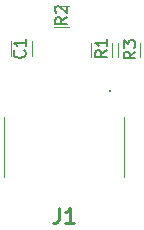
<source format=gto>
G04 #@! TF.GenerationSoftware,KiCad,Pcbnew,(6.0.1)*
G04 #@! TF.CreationDate,2022-01-18T01:04:23-05:00*
G04 #@! TF.ProjectId,SensorStick-TSL2572,53656e73-6f72-4537-9469-636b2d54534c,rev?*
G04 #@! TF.SameCoordinates,Original*
G04 #@! TF.FileFunction,Legend,Top*
G04 #@! TF.FilePolarity,Positive*
%FSLAX46Y46*%
G04 Gerber Fmt 4.6, Leading zero omitted, Abs format (unit mm)*
G04 Created by KiCad (PCBNEW (6.0.1)) date 2022-01-18 01:04:23*
%MOMM*%
%LPD*%
G01*
G04 APERTURE LIST*
%ADD10C,0.254000*%
%ADD11C,0.150000*%
%ADD12C,0.100000*%
%ADD13C,0.120000*%
G04 APERTURE END LIST*
D10*
X137376666Y-79604523D02*
X137376666Y-80511666D01*
X137316190Y-80693095D01*
X137195238Y-80814047D01*
X137013809Y-80874523D01*
X136892857Y-80874523D01*
X138646666Y-80874523D02*
X137920952Y-80874523D01*
X138283809Y-80874523D02*
X138283809Y-79604523D01*
X138162857Y-79785952D01*
X138041904Y-79906904D01*
X137920952Y-79967380D01*
D11*
X141452380Y-66266666D02*
X140976190Y-66600000D01*
X141452380Y-66838095D02*
X140452380Y-66838095D01*
X140452380Y-66457142D01*
X140500000Y-66361904D01*
X140547619Y-66314285D01*
X140642857Y-66266666D01*
X140785714Y-66266666D01*
X140880952Y-66314285D01*
X140928571Y-66361904D01*
X140976190Y-66457142D01*
X140976190Y-66838095D01*
X141452380Y-65314285D02*
X141452380Y-65885714D01*
X141452380Y-65600000D02*
X140452380Y-65600000D01*
X140595238Y-65695238D01*
X140690476Y-65790476D01*
X140738095Y-65885714D01*
X143852380Y-66366666D02*
X143376190Y-66700000D01*
X143852380Y-66938095D02*
X142852380Y-66938095D01*
X142852380Y-66557142D01*
X142900000Y-66461904D01*
X142947619Y-66414285D01*
X143042857Y-66366666D01*
X143185714Y-66366666D01*
X143280952Y-66414285D01*
X143328571Y-66461904D01*
X143376190Y-66557142D01*
X143376190Y-66938095D01*
X142852380Y-66033333D02*
X142852380Y-65414285D01*
X143233333Y-65747619D01*
X143233333Y-65604761D01*
X143280952Y-65509523D01*
X143328571Y-65461904D01*
X143423809Y-65414285D01*
X143661904Y-65414285D01*
X143757142Y-65461904D01*
X143804761Y-65509523D01*
X143852380Y-65604761D01*
X143852380Y-65890476D01*
X143804761Y-65985714D01*
X143757142Y-66033333D01*
X134457142Y-66266666D02*
X134504761Y-66314285D01*
X134552380Y-66457142D01*
X134552380Y-66552380D01*
X134504761Y-66695238D01*
X134409523Y-66790476D01*
X134314285Y-66838095D01*
X134123809Y-66885714D01*
X133980952Y-66885714D01*
X133790476Y-66838095D01*
X133695238Y-66790476D01*
X133600000Y-66695238D01*
X133552380Y-66552380D01*
X133552380Y-66457142D01*
X133600000Y-66314285D01*
X133647619Y-66266666D01*
X134552380Y-65314285D02*
X134552380Y-65885714D01*
X134552380Y-65600000D02*
X133552380Y-65600000D01*
X133695238Y-65695238D01*
X133790476Y-65790476D01*
X133838095Y-65885714D01*
X138052380Y-63466666D02*
X137576190Y-63800000D01*
X138052380Y-64038095D02*
X137052380Y-64038095D01*
X137052380Y-63657142D01*
X137100000Y-63561904D01*
X137147619Y-63514285D01*
X137242857Y-63466666D01*
X137385714Y-63466666D01*
X137480952Y-63514285D01*
X137528571Y-63561904D01*
X137576190Y-63657142D01*
X137576190Y-64038095D01*
X137147619Y-63085714D02*
X137100000Y-63038095D01*
X137052380Y-62942857D01*
X137052380Y-62704761D01*
X137100000Y-62609523D01*
X137147619Y-62561904D01*
X137242857Y-62514285D01*
X137338095Y-62514285D01*
X137480952Y-62561904D01*
X138052380Y-63133333D01*
X138052380Y-62514285D01*
D12*
X132730000Y-77015000D02*
X132730000Y-71935000D01*
X142890000Y-71935000D02*
X142890000Y-77015000D01*
D10*
X141720000Y-69700000D02*
G75*
G03*
X141720000Y-69700000I-50000J0D01*
G01*
D13*
X141910000Y-65597936D02*
X141910000Y-66802064D01*
X140090000Y-65597936D02*
X140090000Y-66802064D01*
X144210000Y-65597936D02*
X144210000Y-66802064D01*
X142390000Y-65597936D02*
X142390000Y-66802064D01*
X133290000Y-66702064D02*
X133290000Y-65497936D01*
X135110000Y-66702064D02*
X135110000Y-65497936D01*
X136997936Y-64310000D02*
X138202064Y-64310000D01*
X136997936Y-62490000D02*
X138202064Y-62490000D01*
M02*

</source>
